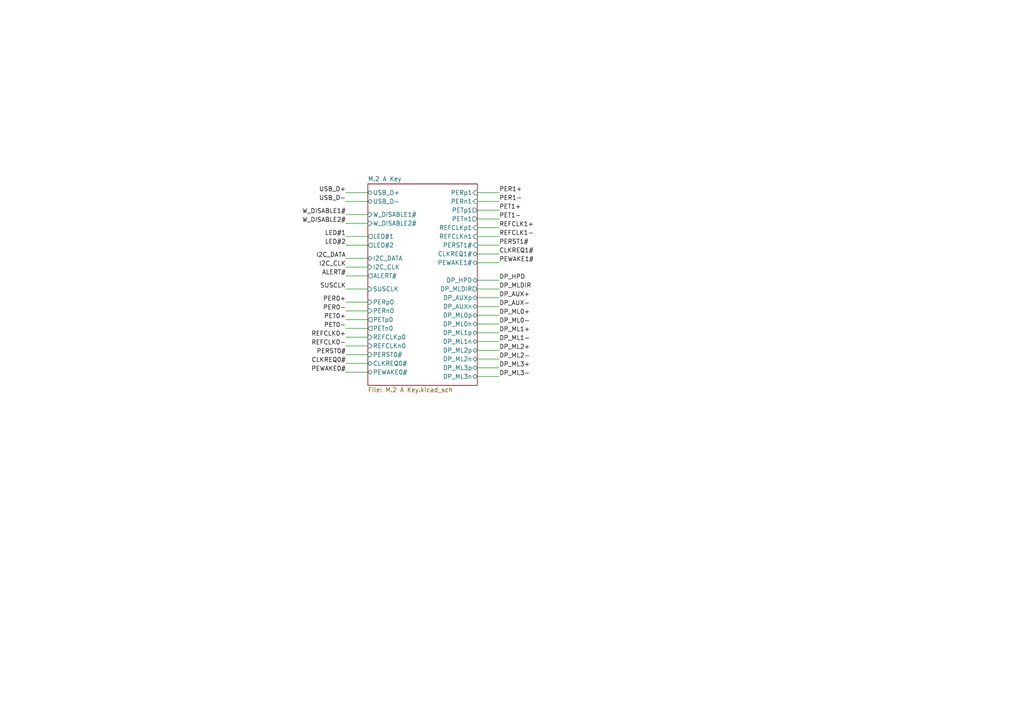
<source format=kicad_sch>
(kicad_sch
	(version 20250114)
	(generator "eeschema")
	(generator_version "9.0")
	(uuid "839d4be8-f83e-48b2-b6aa-700a9ba06918")
	(paper "A4")
	(lib_symbols)
	(wire
		(pts
			(xy 100.33 71.12) (xy 106.68 71.12)
		)
		(stroke
			(width 0)
			(type default)
		)
		(uuid "07e74e8c-48bf-4021-b73e-5205fff384f6")
	)
	(wire
		(pts
			(xy 138.43 73.66) (xy 144.78 73.66)
		)
		(stroke
			(width 0)
			(type default)
		)
		(uuid "0940de6f-161b-4323-9a8a-c3b3f2975673")
	)
	(wire
		(pts
			(xy 100.33 95.25) (xy 106.68 95.25)
		)
		(stroke
			(width 0)
			(type default)
		)
		(uuid "0c3af1d1-d893-4df7-aa9d-1cb654fc871c")
	)
	(wire
		(pts
			(xy 100.33 77.47) (xy 106.68 77.47)
		)
		(stroke
			(width 0)
			(type default)
		)
		(uuid "16c65f25-80bd-438f-a2e8-e9ddf4d194c3")
	)
	(wire
		(pts
			(xy 138.43 104.14) (xy 144.78 104.14)
		)
		(stroke
			(width 0)
			(type default)
		)
		(uuid "1c1a08b4-4781-42d0-94f4-a1763447e5c2")
	)
	(wire
		(pts
			(xy 138.43 93.98) (xy 144.78 93.98)
		)
		(stroke
			(width 0)
			(type default)
		)
		(uuid "1cd53463-6dba-4fad-b294-154383170c3e")
	)
	(wire
		(pts
			(xy 138.43 96.52) (xy 144.78 96.52)
		)
		(stroke
			(width 0)
			(type default)
		)
		(uuid "20096ef9-5fef-4bfc-af04-89fda4ff3974")
	)
	(wire
		(pts
			(xy 100.33 92.71) (xy 106.68 92.71)
		)
		(stroke
			(width 0)
			(type default)
		)
		(uuid "321b5d63-1b6b-4e5b-ba92-525b029dfe7d")
	)
	(wire
		(pts
			(xy 100.33 55.88) (xy 106.68 55.88)
		)
		(stroke
			(width 0)
			(type default)
		)
		(uuid "384b7baf-169c-4387-8243-ebac47863ee7")
	)
	(wire
		(pts
			(xy 100.33 105.41) (xy 106.68 105.41)
		)
		(stroke
			(width 0)
			(type default)
		)
		(uuid "386b004e-e110-499b-8e84-5bdff906c210")
	)
	(wire
		(pts
			(xy 138.43 76.2) (xy 144.78 76.2)
		)
		(stroke
			(width 0)
			(type default)
		)
		(uuid "38af984a-bcd7-4d49-8fae-596ca32c8e7f")
	)
	(wire
		(pts
			(xy 138.43 71.12) (xy 144.78 71.12)
		)
		(stroke
			(width 0)
			(type default)
		)
		(uuid "3b5c9f48-b3f3-4ccb-ba2b-35dc9cd12dfb")
	)
	(wire
		(pts
			(xy 100.33 68.58) (xy 106.68 68.58)
		)
		(stroke
			(width 0)
			(type default)
		)
		(uuid "3cbbbbe0-ac71-4734-b603-5ec3531b8b65")
	)
	(wire
		(pts
			(xy 138.43 106.68) (xy 144.78 106.68)
		)
		(stroke
			(width 0)
			(type default)
		)
		(uuid "43f3ec24-c961-4099-8e48-50bc6e691e6f")
	)
	(wire
		(pts
			(xy 100.33 107.95) (xy 106.68 107.95)
		)
		(stroke
			(width 0)
			(type default)
		)
		(uuid "526cdf6c-f920-444e-903b-0cdc1124a3db")
	)
	(wire
		(pts
			(xy 138.43 81.28) (xy 144.78 81.28)
		)
		(stroke
			(width 0)
			(type default)
		)
		(uuid "58f7840c-971f-4da4-8e05-21ae3b883d5e")
	)
	(wire
		(pts
			(xy 100.33 100.33) (xy 106.68 100.33)
		)
		(stroke
			(width 0)
			(type default)
		)
		(uuid "5d312213-aa52-48e0-9340-3db049f8f5e7")
	)
	(wire
		(pts
			(xy 100.33 87.63) (xy 106.68 87.63)
		)
		(stroke
			(width 0)
			(type default)
		)
		(uuid "6b69205b-2364-49d0-aff8-472eb0cddfa7")
	)
	(wire
		(pts
			(xy 100.33 74.93) (xy 106.68 74.93)
		)
		(stroke
			(width 0)
			(type default)
		)
		(uuid "6ceaae90-62e2-44c4-93d1-22f086c6e714")
	)
	(wire
		(pts
			(xy 100.33 102.87) (xy 106.68 102.87)
		)
		(stroke
			(width 0)
			(type default)
		)
		(uuid "79dee2ed-dd6b-44ce-94a5-45a80d504742")
	)
	(wire
		(pts
			(xy 138.43 101.6) (xy 144.78 101.6)
		)
		(stroke
			(width 0)
			(type default)
		)
		(uuid "9c9f08c8-09c2-4057-aa71-6b8ba2f39758")
	)
	(wire
		(pts
			(xy 138.43 99.06) (xy 144.78 99.06)
		)
		(stroke
			(width 0)
			(type default)
		)
		(uuid "9cfd973a-e6fc-44b7-8ac1-9f06f1b295c6")
	)
	(wire
		(pts
			(xy 100.33 80.01) (xy 106.68 80.01)
		)
		(stroke
			(width 0)
			(type default)
		)
		(uuid "a26bfa4c-aea6-4414-9232-e0f52925e36e")
	)
	(wire
		(pts
			(xy 100.33 58.42) (xy 106.68 58.42)
		)
		(stroke
			(width 0)
			(type default)
		)
		(uuid "a37118b7-6251-41b3-83a2-91e74a3c9c6c")
	)
	(wire
		(pts
			(xy 138.43 58.42) (xy 144.78 58.42)
		)
		(stroke
			(width 0)
			(type default)
		)
		(uuid "ab70f3b3-f7f9-4458-a404-193437eedc26")
	)
	(wire
		(pts
			(xy 138.43 68.58) (xy 144.78 68.58)
		)
		(stroke
			(width 0)
			(type default)
		)
		(uuid "b3a226c5-c4c7-4673-ba4b-a44f08050d60")
	)
	(wire
		(pts
			(xy 100.33 90.17) (xy 106.68 90.17)
		)
		(stroke
			(width 0)
			(type default)
		)
		(uuid "b5263d30-c99a-439a-a138-313e8290b2e0")
	)
	(wire
		(pts
			(xy 138.43 83.82) (xy 144.78 83.82)
		)
		(stroke
			(width 0)
			(type default)
		)
		(uuid "b6803380-e3db-4bb6-8580-7e9e31f5c01e")
	)
	(wire
		(pts
			(xy 138.43 60.96) (xy 144.78 60.96)
		)
		(stroke
			(width 0)
			(type default)
		)
		(uuid "ba66a1f0-4d57-4afd-b6f9-945fdaa9a2fe")
	)
	(wire
		(pts
			(xy 138.43 66.04) (xy 144.78 66.04)
		)
		(stroke
			(width 0)
			(type default)
		)
		(uuid "bdbe31ad-2394-49b0-a6a9-3e123a82a4b7")
	)
	(wire
		(pts
			(xy 138.43 86.36) (xy 144.78 86.36)
		)
		(stroke
			(width 0)
			(type default)
		)
		(uuid "bf4fc026-f611-47a9-8c3f-75632152e0f5")
	)
	(wire
		(pts
			(xy 100.33 97.79) (xy 106.68 97.79)
		)
		(stroke
			(width 0)
			(type default)
		)
		(uuid "c134e24c-ffae-4107-ab5e-8a112fb3bdd6")
	)
	(wire
		(pts
			(xy 138.43 63.5) (xy 144.78 63.5)
		)
		(stroke
			(width 0)
			(type default)
		)
		(uuid "cecbaa35-31c3-4654-9452-1f0b9dbf3702")
	)
	(wire
		(pts
			(xy 100.33 62.23) (xy 106.68 62.23)
		)
		(stroke
			(width 0)
			(type default)
		)
		(uuid "d60848ae-2832-4a67-9d69-4233ba81c841")
	)
	(wire
		(pts
			(xy 138.43 91.44) (xy 144.78 91.44)
		)
		(stroke
			(width 0)
			(type default)
		)
		(uuid "d62f0d2d-3455-40bc-ac81-7b905c8c5de7")
	)
	(wire
		(pts
			(xy 100.33 64.77) (xy 106.68 64.77)
		)
		(stroke
			(width 0)
			(type default)
		)
		(uuid "e2d2b719-8f2e-4c06-a53e-f4ef49696ed9")
	)
	(wire
		(pts
			(xy 138.43 109.22) (xy 144.78 109.22)
		)
		(stroke
			(width 0)
			(type default)
		)
		(uuid "e53a62ad-093f-419d-aa21-c0eeef3ee24c")
	)
	(wire
		(pts
			(xy 138.43 88.9) (xy 144.78 88.9)
		)
		(stroke
			(width 0)
			(type default)
		)
		(uuid "ef9d5411-1c17-494b-8f77-f58b8a72b5e0")
	)
	(wire
		(pts
			(xy 138.43 55.88) (xy 144.78 55.88)
		)
		(stroke
			(width 0)
			(type default)
		)
		(uuid "f16e9d35-96ce-4f9f-b955-f03587cc5a89")
	)
	(wire
		(pts
			(xy 100.33 83.82) (xy 106.68 83.82)
		)
		(stroke
			(width 0)
			(type default)
		)
		(uuid "fb9fedbf-24d2-4a9d-9308-2a8da271a105")
	)
	(label "REFCLK0-"
		(at 100.33 100.33 180)
		(effects
			(font
				(size 1.27 1.27)
			)
			(justify right bottom)
		)
		(uuid "02af965b-74af-4f48-9867-da4d5f109d23")
	)
	(label "DP_AUX+"
		(at 144.78 86.36 0)
		(effects
			(font
				(size 1.27 1.27)
			)
			(justify left bottom)
		)
		(uuid "0b588ed9-a0fb-4b48-95d5-c9b471273aa0")
	)
	(label "PEWAKE1#"
		(at 144.78 76.2 0)
		(effects
			(font
				(size 1.27 1.27)
			)
			(justify left bottom)
		)
		(uuid "103ebaaf-1a85-4334-8f64-a326983ef8c5")
	)
	(label "PET1+"
		(at 144.78 60.96 0)
		(effects
			(font
				(size 1.27 1.27)
			)
			(justify left bottom)
		)
		(uuid "13b2e099-23a3-46ed-bf8f-745c03d811cd")
	)
	(label "PER0-"
		(at 100.33 90.17 180)
		(effects
			(font
				(size 1.27 1.27)
			)
			(justify right bottom)
		)
		(uuid "202c1a6a-3f60-49dc-ac7b-e972700a686c")
	)
	(label "DP_ML3-"
		(at 144.78 109.22 0)
		(effects
			(font
				(size 1.27 1.27)
			)
			(justify left bottom)
		)
		(uuid "21a07492-ac11-4bf7-9d9c-4119ad6b5303")
	)
	(label "ALERT#"
		(at 100.33 80.01 180)
		(effects
			(font
				(size 1.27 1.27)
			)
			(justify right bottom)
		)
		(uuid "2a55bad6-fdae-4648-9fb9-740fcd8f7234")
	)
	(label "PER1-"
		(at 144.78 58.42 0)
		(effects
			(font
				(size 1.27 1.27)
			)
			(justify left bottom)
		)
		(uuid "2b1dcbdd-b727-4345-b05e-31f74f16e322")
	)
	(label "PERST1#"
		(at 144.78 71.12 0)
		(effects
			(font
				(size 1.27 1.27)
			)
			(justify left bottom)
		)
		(uuid "2f4e8be0-6b28-4fcf-9051-cd0f5cdcb7f3")
	)
	(label "DP_HPD"
		(at 144.78 81.28 0)
		(effects
			(font
				(size 1.27 1.27)
			)
			(justify left bottom)
		)
		(uuid "3782dc3f-4f8f-442b-b228-91d95c38ea4c")
	)
	(label "PET0-"
		(at 100.33 95.25 180)
		(effects
			(font
				(size 1.27 1.27)
			)
			(justify right bottom)
		)
		(uuid "3b524da0-ecb9-45a6-9db8-f57f30ea456b")
	)
	(label "DP_ML3+"
		(at 144.78 106.68 0)
		(effects
			(font
				(size 1.27 1.27)
			)
			(justify left bottom)
		)
		(uuid "3e75cf95-3ef7-48d2-818b-81b7f6663905")
	)
	(label "DP_AUX-"
		(at 144.78 88.9 0)
		(effects
			(font
				(size 1.27 1.27)
			)
			(justify left bottom)
		)
		(uuid "405b785b-63a3-4ab0-934e-fde32ff44253")
	)
	(label "PER1+"
		(at 144.78 55.88 0)
		(effects
			(font
				(size 1.27 1.27)
			)
			(justify left bottom)
		)
		(uuid "4929e50a-d28a-444e-a8d9-503140569f9f")
	)
	(label "PET0+"
		(at 100.33 92.71 180)
		(effects
			(font
				(size 1.27 1.27)
			)
			(justify right bottom)
		)
		(uuid "4c8711ff-4de0-4a74-bd28-23ca7a5bce08")
	)
	(label "USB_D+"
		(at 100.33 55.88 180)
		(effects
			(font
				(size 1.27 1.27)
			)
			(justify right bottom)
		)
		(uuid "50b5ca40-9cb6-4b1e-8a4b-92e0530b4750")
	)
	(label "SUSCLK"
		(at 100.33 83.82 180)
		(effects
			(font
				(size 1.27 1.27)
			)
			(justify right bottom)
		)
		(uuid "60ccec21-5784-4f8e-b7e9-08684f704cc5")
	)
	(label "DP_MLDIR"
		(at 144.78 83.82 0)
		(effects
			(font
				(size 1.27 1.27)
			)
			(justify left bottom)
		)
		(uuid "684a0ffc-739e-4c34-bd0c-99e43c41e65c")
	)
	(label "PET1-"
		(at 144.78 63.5 0)
		(effects
			(font
				(size 1.27 1.27)
			)
			(justify left bottom)
		)
		(uuid "761d75c7-d7ca-4714-b58c-e791776b3859")
	)
	(label "DP_ML1+"
		(at 144.78 96.52 0)
		(effects
			(font
				(size 1.27 1.27)
			)
			(justify left bottom)
		)
		(uuid "78889148-d1f7-452b-9df5-2e9e537b1b6a")
	)
	(label "W_DISABLE1#"
		(at 100.33 62.23 180)
		(effects
			(font
				(size 1.27 1.27)
			)
			(justify right bottom)
		)
		(uuid "79845bf8-62da-4535-91b8-006888a14567")
	)
	(label "LED#2"
		(at 100.33 71.12 180)
		(effects
			(font
				(size 1.27 1.27)
			)
			(justify right bottom)
		)
		(uuid "80d575cd-cc42-4a01-8fa0-099188a58b84")
	)
	(label "REFCLK0+"
		(at 100.33 97.79 180)
		(effects
			(font
				(size 1.27 1.27)
			)
			(justify right bottom)
		)
		(uuid "83a300ac-8da4-46bb-a7a2-7750b8033e9b")
	)
	(label "PERST0#"
		(at 100.33 102.87 180)
		(effects
			(font
				(size 1.27 1.27)
			)
			(justify right bottom)
		)
		(uuid "87dea9fc-d57c-4115-972a-2077603420d7")
	)
	(label "CLKREQ1#"
		(at 144.78 73.66 0)
		(effects
			(font
				(size 1.27 1.27)
			)
			(justify left bottom)
		)
		(uuid "98a8dc70-d966-4b02-a323-70ea9787a72c")
	)
	(label "DP_ML1-"
		(at 144.78 99.06 0)
		(effects
			(font
				(size 1.27 1.27)
			)
			(justify left bottom)
		)
		(uuid "aad6ee9b-8cbf-42c0-ae08-bef1a985ddd4")
	)
	(label "DP_ML0-"
		(at 144.78 93.98 0)
		(effects
			(font
				(size 1.27 1.27)
			)
			(justify left bottom)
		)
		(uuid "ae1da4b9-2610-4d5d-b9cc-1d99a7d6e2cc")
	)
	(label "DP_ML0+"
		(at 144.78 91.44 0)
		(effects
			(font
				(size 1.27 1.27)
			)
			(justify left bottom)
		)
		(uuid "ae842c12-9a5d-416d-836b-50155d2651e8")
	)
	(label "REFCLK1+"
		(at 144.78 66.04 0)
		(effects
			(font
				(size 1.27 1.27)
			)
			(justify left bottom)
		)
		(uuid "b71a9f7b-7427-4bde-a6eb-e2be0abf3296")
	)
	(label "USB_D-"
		(at 100.33 58.42 180)
		(effects
			(font
				(size 1.27 1.27)
			)
			(justify right bottom)
		)
		(uuid "b82bdc6c-bbcf-428e-81d1-cdaf1ed5bed4")
	)
	(label "PER0+"
		(at 100.33 87.63 180)
		(effects
			(font
				(size 1.27 1.27)
			)
			(justify right bottom)
		)
		(uuid "ba03d11b-fbfd-4fcc-8395-756b6810db75")
	)
	(label "PEWAKE0#"
		(at 100.33 107.95 180)
		(effects
			(font
				(size 1.27 1.27)
			)
			(justify right bottom)
		)
		(uuid "c21a052c-ac35-4da5-9d63-e55ae2a8c247")
	)
	(label "CLKREQ0#"
		(at 100.33 105.41 180)
		(effects
			(font
				(size 1.27 1.27)
			)
			(justify right bottom)
		)
		(uuid "c2fdad6f-d7e6-433c-a765-6d6f901ee649")
	)
	(label "I2C_DATA"
		(at 100.33 74.93 180)
		(effects
			(font
				(size 1.27 1.27)
			)
			(justify right bottom)
		)
		(uuid "e3054fd2-4b01-45f1-9286-77630e8b3795")
	)
	(label "DP_ML2+"
		(at 144.78 101.6 0)
		(effects
			(font
				(size 1.27 1.27)
			)
			(justify left bottom)
		)
		(uuid "e8d4347c-2c81-45e2-890c-20b7b8f3275a")
	)
	(label "DP_ML2-"
		(at 144.78 104.14 0)
		(effects
			(font
				(size 1.27 1.27)
			)
			(justify left bottom)
		)
		(uuid "eaefa5b4-7849-46ec-86d7-02c6ef4daeaf")
	)
	(label "LED#1"
		(at 100.33 68.58 180)
		(effects
			(font
				(size 1.27 1.27)
			)
			(justify right bottom)
		)
		(uuid "f201937e-b3d5-4edc-8a51-8a4dba8ea6db")
	)
	(label "REFCLK1-"
		(at 144.78 68.58 0)
		(effects
			(font
				(size 1.27 1.27)
			)
			(justify left bottom)
		)
		(uuid "f4b4be4a-fc11-4f56-9d26-a53e17551473")
	)
	(label "I2C_CLK"
		(at 100.33 77.47 180)
		(effects
			(font
				(size 1.27 1.27)
			)
			(justify right bottom)
		)
		(uuid "fa1e7595-40ef-4717-97df-5b6d98479ffb")
	)
	(label "W_DISABLE2#"
		(at 100.33 64.77 180)
		(effects
			(font
				(size 1.27 1.27)
			)
			(justify right bottom)
		)
		(uuid "fdbeafbe-520f-4ee8-85ec-3f0422668d22")
	)
	(sheet
		(at 106.68 53.34)
		(size 31.75 58.42)
		(exclude_from_sim no)
		(in_bom yes)
		(on_board yes)
		(dnp no)
		(fields_autoplaced yes)
		(stroke
			(width 0.1524)
			(type solid)
		)
		(fill
			(color 0 0 0 0.0000)
		)
		(uuid "639f26dd-6f0d-4c40-81a7-072ee326260f")
		(property "Sheetname" "M.2 A Key"
			(at 106.68 52.6284 0)
			(effects
				(font
					(size 1.27 1.27)
				)
				(justify left bottom)
			)
		)
		(property "Sheetfile" "M.2 A Key.kicad_sch"
			(at 106.68 112.3446 0)
			(effects
				(font
					(size 1.27 1.27)
				)
				(justify left top)
			)
		)
		(pin "USB_D+" bidirectional
			(at 106.68 55.88 180)
			(uuid "8e868782-df0e-408e-9ed6-c4e2e33d29a4")
			(effects
				(font
					(size 1.27 1.27)
				)
				(justify left)
			)
		)
		(pin "USB_D-" bidirectional
			(at 106.68 58.42 180)
			(uuid "d5485d39-ccac-43ca-8210-47fd83f19dd5")
			(effects
				(font
					(size 1.27 1.27)
				)
				(justify left)
			)
		)
		(pin "W_DISABLE1#" input
			(at 106.68 62.23 180)
			(uuid "3e9f9e00-fecb-4c80-b2ff-d0b61cebc550")
			(effects
				(font
					(size 1.27 1.27)
				)
				(justify left)
			)
		)
		(pin "W_DISABLE2#" input
			(at 106.68 64.77 180)
			(uuid "d1fcd3b7-6ec3-4cf6-a1e3-d4c86ff47bb8")
			(effects
				(font
					(size 1.27 1.27)
				)
				(justify left)
			)
		)
		(pin "LED#1" output
			(at 106.68 68.58 180)
			(uuid "eac5b80f-cf1b-48ef-8730-ca49da07ffe1")
			(effects
				(font
					(size 1.27 1.27)
				)
				(justify left)
			)
		)
		(pin "LED#2" output
			(at 106.68 71.12 180)
			(uuid "c466b2be-7528-4098-816a-c9ae8b0d6f9d")
			(effects
				(font
					(size 1.27 1.27)
				)
				(justify left)
			)
		)
		(pin "I2C_DATA" bidirectional
			(at 106.68 74.93 180)
			(uuid "b58b622c-e7c9-4c89-84fa-738163555981")
			(effects
				(font
					(size 1.27 1.27)
				)
				(justify left)
			)
		)
		(pin "I2C_CLK" input
			(at 106.68 77.47 180)
			(uuid "deddd323-2215-47bd-aebd-0fe4a17cd8b3")
			(effects
				(font
					(size 1.27 1.27)
				)
				(justify left)
			)
		)
		(pin "ALERT#" output
			(at 106.68 80.01 180)
			(uuid "87eb45ff-f8e9-408a-8ce2-a51af516986b")
			(effects
				(font
					(size 1.27 1.27)
				)
				(justify left)
			)
		)
		(pin "SUSCLK" input
			(at 106.68 83.82 180)
			(uuid "e645d715-689e-4131-958c-2710099de2e9")
			(effects
				(font
					(size 1.27 1.27)
				)
				(justify left)
			)
		)
		(pin "PERp0" input
			(at 106.68 87.63 180)
			(uuid "10c59534-4780-450b-97b2-08bae46722da")
			(effects
				(font
					(size 1.27 1.27)
				)
				(justify left)
			)
		)
		(pin "PERn0" input
			(at 106.68 90.17 180)
			(uuid "851b5e22-3d74-422b-8abd-d15be62ad51a")
			(effects
				(font
					(size 1.27 1.27)
				)
				(justify left)
			)
		)
		(pin "PERST0#" input
			(at 106.68 102.87 180)
			(uuid "a561554c-406a-49b5-8d66-6d80258faf12")
			(effects
				(font
					(size 1.27 1.27)
				)
				(justify left)
			)
		)
		(pin "CLKREQ0#" bidirectional
			(at 106.68 105.41 180)
			(uuid "70dbf70c-b233-4c1e-80db-0c9d6fa80ebd")
			(effects
				(font
					(size 1.27 1.27)
				)
				(justify left)
			)
		)
		(pin "PETn0" output
			(at 106.68 95.25 180)
			(uuid "8c33b5e0-6690-452e-a77c-cc4ca475dcfe")
			(effects
				(font
					(size 1.27 1.27)
				)
				(justify left)
			)
		)
		(pin "PETp0" output
			(at 106.68 92.71 180)
			(uuid "746565b1-5401-4b98-8f0c-63ff4d2cebeb")
			(effects
				(font
					(size 1.27 1.27)
				)
				(justify left)
			)
		)
		(pin "REFCLKp0" input
			(at 106.68 97.79 180)
			(uuid "8b57aa82-12a1-4cfc-9a86-d4a0324a4dc3")
			(effects
				(font
					(size 1.27 1.27)
				)
				(justify left)
			)
		)
		(pin "PEWAKE0#" bidirectional
			(at 106.68 107.95 180)
			(uuid "93bff615-45ab-49f9-be52-6a160ef7172a")
			(effects
				(font
					(size 1.27 1.27)
				)
				(justify left)
			)
		)
		(pin "REFCLKn0" input
			(at 106.68 100.33 180)
			(uuid "91287770-7721-44ee-bc72-f25c58772c21")
			(effects
				(font
					(size 1.27 1.27)
				)
				(justify left)
			)
		)
		(pin "PEWAKE1#" bidirectional
			(at 138.43 76.2 0)
			(uuid "f5798af8-3c60-4a06-a9ab-969808c7e1a6")
			(effects
				(font
					(size 1.27 1.27)
				)
				(justify right)
			)
		)
		(pin "PETp1" output
			(at 138.43 60.96 0)
			(uuid "7cc32d4c-ecc0-427c-90f0-be6452c1974d")
			(effects
				(font
					(size 1.27 1.27)
				)
				(justify right)
			)
		)
		(pin "PERn1" input
			(at 138.43 58.42 0)
			(uuid "5dc9102d-6596-405b-81d3-0aa7b4e32c07")
			(effects
				(font
					(size 1.27 1.27)
				)
				(justify right)
			)
		)
		(pin "REFCLKp1" input
			(at 138.43 66.04 0)
			(uuid "c43c21a0-db9e-43b7-8c97-98edb33fba6f")
			(effects
				(font
					(size 1.27 1.27)
				)
				(justify right)
			)
		)
		(pin "PERp1" input
			(at 138.43 55.88 0)
			(uuid "cd0cf0ce-3bac-4488-acdb-a2a77fbc7ec0")
			(effects
				(font
					(size 1.27 1.27)
				)
				(justify right)
			)
		)
		(pin "PETn1" output
			(at 138.43 63.5 0)
			(uuid "c9e71dbe-688f-471b-a240-2c0db680da34")
			(effects
				(font
					(size 1.27 1.27)
				)
				(justify right)
			)
		)
		(pin "REFCLKn1" input
			(at 138.43 68.58 0)
			(uuid "34ce963b-5878-43d9-82b0-960eba88a168")
			(effects
				(font
					(size 1.27 1.27)
				)
				(justify right)
			)
		)
		(pin "PERST1#" input
			(at 138.43 71.12 0)
			(uuid "0cd633c5-32b9-489a-b2f8-fc38bd85430d")
			(effects
				(font
					(size 1.27 1.27)
				)
				(justify right)
			)
		)
		(pin "CLKREQ1#" bidirectional
			(at 138.43 73.66 0)
			(uuid "e05c9d4e-e219-427c-a512-bbf75b66ee37")
			(effects
				(font
					(size 1.27 1.27)
				)
				(justify right)
			)
		)
		(pin "DP_HPD" bidirectional
			(at 138.43 81.28 0)
			(uuid "f7786ae5-f2ee-47b8-8e94-d50d95246db4")
			(effects
				(font
					(size 1.27 1.27)
				)
				(justify right)
			)
		)
		(pin "DP_MLDIR" output
			(at 138.43 83.82 0)
			(uuid "22b8c593-b9cb-4938-ac7b-600c84d71454")
			(effects
				(font
					(size 1.27 1.27)
				)
				(justify right)
			)
		)
		(pin "DP_AUXp" bidirectional
			(at 138.43 86.36 0)
			(uuid "73c6e488-feb5-46d8-9bb0-8491a0689891")
			(effects
				(font
					(size 1.27 1.27)
				)
				(justify right)
			)
		)
		(pin "DP_AUXn" bidirectional
			(at 138.43 88.9 0)
			(uuid "f9e4bf95-8f14-4c4a-ad81-1d7582961840")
			(effects
				(font
					(size 1.27 1.27)
				)
				(justify right)
			)
		)
		(pin "DP_ML0n" bidirectional
			(at 138.43 93.98 0)
			(uuid "d545705c-d678-43ef-8dfe-a09f3afe4db1")
			(effects
				(font
					(size 1.27 1.27)
				)
				(justify right)
			)
		)
		(pin "DP_ML0p" bidirectional
			(at 138.43 91.44 0)
			(uuid "dae7ad2f-e6eb-417f-a52e-e30bdba28d5d")
			(effects
				(font
					(size 1.27 1.27)
				)
				(justify right)
			)
		)
		(pin "DP_ML1p" bidirectional
			(at 138.43 96.52 0)
			(uuid "ff1576e3-818e-4cbc-b352-a2c0f93e1434")
			(effects
				(font
					(size 1.27 1.27)
				)
				(justify right)
			)
		)
		(pin "DP_ML1n" bidirectional
			(at 138.43 99.06 0)
			(uuid "94d5d4d8-c01e-43db-8616-2c192c743339")
			(effects
				(font
					(size 1.27 1.27)
				)
				(justify right)
			)
		)
		(pin "DP_ML2p" bidirectional
			(at 138.43 101.6 0)
			(uuid "9a32a265-ab90-4a1e-bf35-b7af9a1b8c57")
			(effects
				(font
					(size 1.27 1.27)
				)
				(justify right)
			)
		)
		(pin "DP_ML2n" bidirectional
			(at 138.43 104.14 0)
			(uuid "92c718f6-b760-4d3f-a1df-755288adafcd")
			(effects
				(font
					(size 1.27 1.27)
				)
				(justify right)
			)
		)
		(pin "DP_ML3p" bidirectional
			(at 138.43 106.68 0)
			(uuid "5c638cce-5d17-41d5-9317-809fd2d422c5")
			(effects
				(font
					(size 1.27 1.27)
				)
				(justify right)
			)
		)
		(pin "DP_ML3n" bidirectional
			(at 138.43 109.22 0)
			(uuid "43fb5d10-28fa-4b7e-a102-6480bdd79ce5")
			(effects
				(font
					(size 1.27 1.27)
				)
				(justify right)
			)
		)
		(instances
			(project "M.2 A Key 22110"
				(path "/839d4be8-f83e-48b2-b6aa-700a9ba06918"
					(page "2")
				)
			)
		)
	)
	(sheet_instances
		(path "/"
			(page "1")
		)
	)
	(embedded_fonts no)
)

</source>
